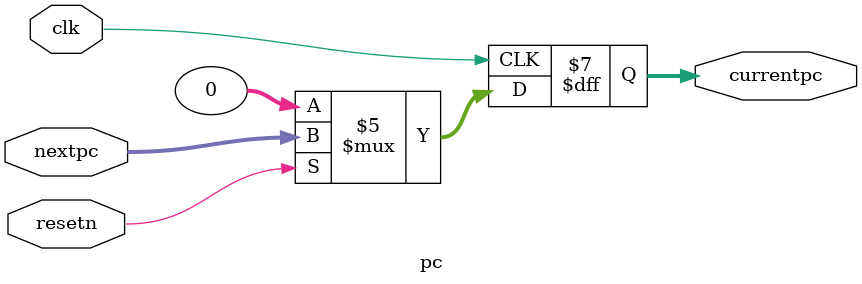
<source format=v>
`timescale 1ns / 1ps


module pc(
    input clk,
    input resetn,
    input[31:0] nextpc,
    output reg[31:0] currentpc
    );
    initial begin
        currentpc <= 0;
    end        
    always@(posedge clk)begin
        if(!resetn) currentpc <= 0; 
        else currentpc <= nextpc;
    end

    
endmodule

</source>
